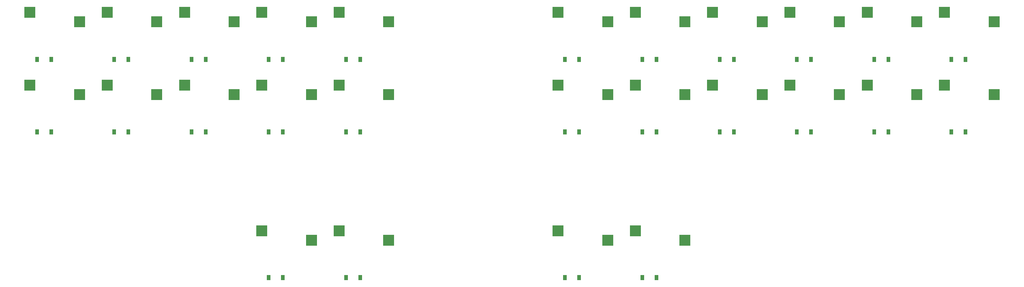
<source format=gbr>
%TF.GenerationSoftware,KiCad,Pcbnew,9.0.0*%
%TF.CreationDate,2025-03-10T18:29:08+01:00*%
%TF.ProjectId,pcb,7063622e-6b69-4636-9164-5f7063625858,v1.0.0*%
%TF.SameCoordinates,Original*%
%TF.FileFunction,Paste,Bot*%
%TF.FilePolarity,Positive*%
%FSLAX46Y46*%
G04 Gerber Fmt 4.6, Leading zero omitted, Abs format (unit mm)*
G04 Created by KiCad (PCBNEW 9.0.0) date 2025-03-10 18:29:08*
%MOMM*%
%LPD*%
G01*
G04 APERTURE LIST*
%ADD10R,0.900000X1.200000*%
%ADD11R,2.600000X2.600000*%
G04 APERTURE END LIST*
D10*
%TO.C,D13*%
X239350000Y-105000000D03*
X242650000Y-105000000D03*
%TD*%
%TO.C,D14*%
X239350000Y-88000000D03*
X242650000Y-88000000D03*
%TD*%
D11*
%TO.C,S20*%
X291725000Y-77050000D03*
X303275000Y-79250000D03*
%TD*%
%TO.C,S14*%
X237725000Y-77050000D03*
X249275000Y-79250000D03*
%TD*%
D10*
%TO.C,D5*%
X134350000Y-105000000D03*
X137650000Y-105000000D03*
%TD*%
%TO.C,D24*%
X170350000Y-139000000D03*
X173650000Y-139000000D03*
%TD*%
%TO.C,D17*%
X275350000Y-105000000D03*
X278650000Y-105000000D03*
%TD*%
D11*
%TO.C,S9*%
X168725000Y-94050000D03*
X180275000Y-96250000D03*
%TD*%
D10*
%TO.C,D1*%
X98350000Y-105000000D03*
X101650000Y-105000000D03*
%TD*%
D11*
%TO.C,S8*%
X150725000Y-77050000D03*
X162275000Y-79250000D03*
%TD*%
D10*
%TO.C,D16*%
X257350000Y-88000000D03*
X260650000Y-88000000D03*
%TD*%
%TO.C,D22*%
X311350000Y-88000000D03*
X314650000Y-88000000D03*
%TD*%
%TO.C,D19*%
X293350000Y-105000000D03*
X296650000Y-105000000D03*
%TD*%
%TO.C,D2*%
X98350000Y-88000000D03*
X101650000Y-88000000D03*
%TD*%
%TO.C,D9*%
X170350000Y-105000000D03*
X173650000Y-105000000D03*
%TD*%
%TO.C,D20*%
X293350000Y-88000000D03*
X296650000Y-88000000D03*
%TD*%
D11*
%TO.C,S10*%
X168725000Y-77050000D03*
X180275000Y-79250000D03*
%TD*%
D10*
%TO.C,D3*%
X116350000Y-105000000D03*
X119650000Y-105000000D03*
%TD*%
%TO.C,D26*%
X239350000Y-139000000D03*
X242650000Y-139000000D03*
%TD*%
%TO.C,D21*%
X311350000Y-105000000D03*
X314650000Y-105000000D03*
%TD*%
D11*
%TO.C,S6*%
X132725000Y-77050000D03*
X144275000Y-79250000D03*
%TD*%
D10*
%TO.C,D12*%
X221350000Y-88000000D03*
X224650000Y-88000000D03*
%TD*%
%TO.C,D11*%
X221350000Y-105000000D03*
X224650000Y-105000000D03*
%TD*%
D11*
%TO.C,S22*%
X309725000Y-77050000D03*
X321275000Y-79250000D03*
%TD*%
%TO.C,S4*%
X114725000Y-77050000D03*
X126275000Y-79250000D03*
%TD*%
%TO.C,S3*%
X114725000Y-94050000D03*
X126275000Y-96250000D03*
%TD*%
D10*
%TO.C,D15*%
X257350000Y-105000000D03*
X260650000Y-105000000D03*
%TD*%
%TO.C,D7*%
X152350000Y-105000000D03*
X155650000Y-105000000D03*
%TD*%
D11*
%TO.C,S23*%
X150725000Y-128050000D03*
X162275000Y-130250000D03*
%TD*%
%TO.C,S5*%
X132725000Y-94050000D03*
X144275000Y-96250000D03*
%TD*%
%TO.C,S24*%
X168725000Y-128050000D03*
X180275000Y-130250000D03*
%TD*%
%TO.C,S21*%
X309725000Y-94050000D03*
X321275000Y-96250000D03*
%TD*%
%TO.C,S1*%
X96725000Y-94050000D03*
X108275000Y-96250000D03*
%TD*%
%TO.C,S17*%
X273725000Y-94050000D03*
X285275000Y-96250000D03*
%TD*%
%TO.C,S7*%
X150725000Y-94050000D03*
X162275000Y-96250000D03*
%TD*%
D10*
%TO.C,D25*%
X221350000Y-139000000D03*
X224650000Y-139000000D03*
%TD*%
D11*
%TO.C,S12*%
X219725000Y-77050000D03*
X231275000Y-79250000D03*
%TD*%
%TO.C,S26*%
X237725000Y-128050000D03*
X249275000Y-130250000D03*
%TD*%
%TO.C,S19*%
X291725000Y-94050000D03*
X303275000Y-96250000D03*
%TD*%
D10*
%TO.C,D6*%
X134350000Y-88000000D03*
X137650000Y-88000000D03*
%TD*%
%TO.C,D4*%
X116350000Y-88000000D03*
X119650000Y-88000000D03*
%TD*%
%TO.C,D18*%
X275350000Y-88000000D03*
X278650000Y-88000000D03*
%TD*%
D11*
%TO.C,S15*%
X255725000Y-94050000D03*
X267275000Y-96250000D03*
%TD*%
%TO.C,S13*%
X237725000Y-94050000D03*
X249275000Y-96250000D03*
%TD*%
%TO.C,S18*%
X273725000Y-77050000D03*
X285275000Y-79250000D03*
%TD*%
D10*
%TO.C,D10*%
X170350000Y-88000000D03*
X173650000Y-88000000D03*
%TD*%
D11*
%TO.C,S16*%
X255725000Y-77050000D03*
X267275000Y-79250000D03*
%TD*%
D10*
%TO.C,D23*%
X152350000Y-139000000D03*
X155650000Y-139000000D03*
%TD*%
D11*
%TO.C,S25*%
X219725000Y-128050000D03*
X231275000Y-130250000D03*
%TD*%
%TO.C,S11*%
X219725000Y-94050000D03*
X231275000Y-96250000D03*
%TD*%
%TO.C,S2*%
X96725000Y-77050000D03*
X108275000Y-79250000D03*
%TD*%
D10*
%TO.C,D8*%
X152350000Y-88000000D03*
X155650000Y-88000000D03*
%TD*%
M02*

</source>
